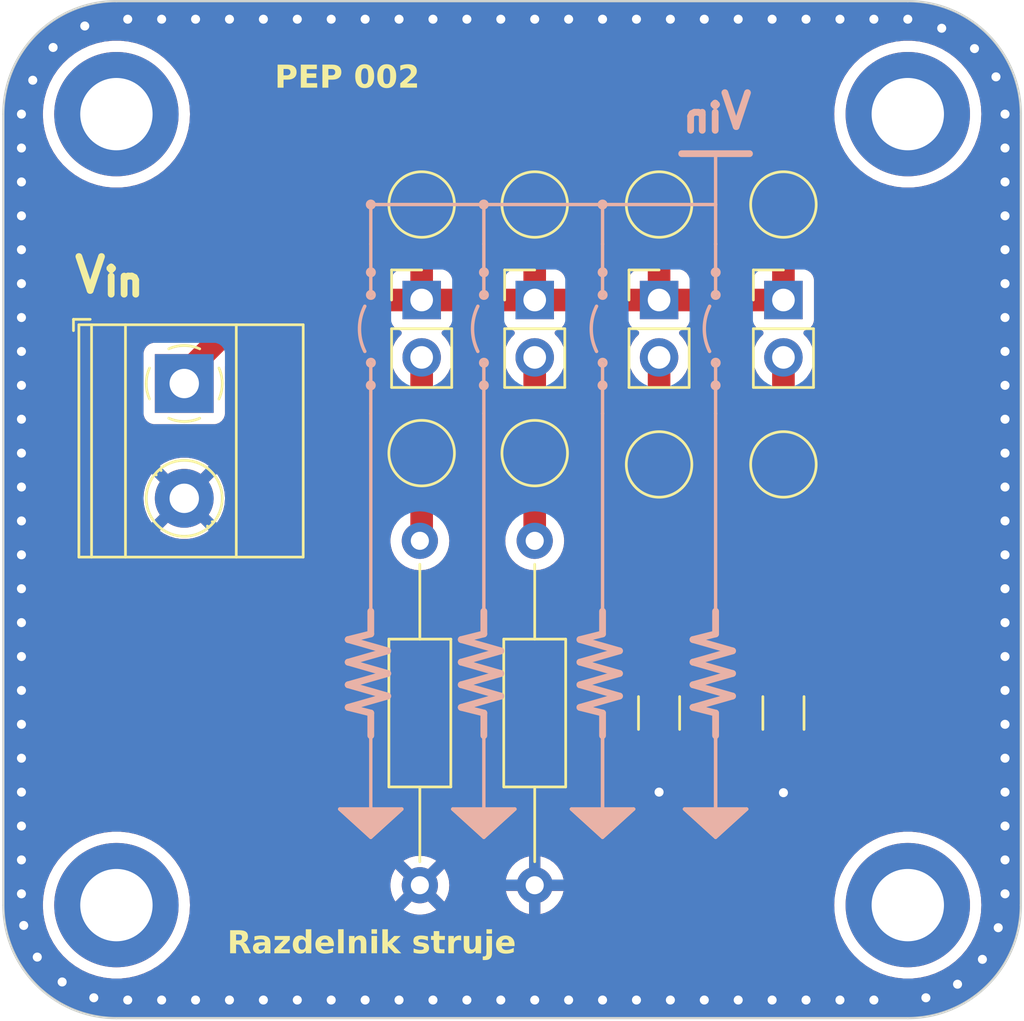
<source format=kicad_pcb>
(kicad_pcb (version 20240108) (generator "pcbnew") (generator_version "8.0")
  (layers (0 "F.Cu" signal) (31 "B.Cu" signal) (34 "B.Paste" user) (35 "F.Paste" user) (36 "B.SilkS" user "B.Silkscreen") (37 "F.SilkS" user "F.Silkscreen") (38 "B.Mask" user) (39 "F.Mask" user) (44 "Edge.Cuts" user))
  (net 0 "")
  (net 1 "0")
  (net 2 "9V")
  (net 3 "Net-(JP1-B)")
  (net 4 "Net-(JP2-B)")
  (net 5 "Net-(JP3-B)")
  (net 6 "Net-(JP4-B)")
  (footprint "TestPoint:TestPoint_Pad_D2.5mm" (layer "F.Cu") (at 127.5 70)
    (property "Reference" "TP3" (hide yes))
    (property "Value" "TestPoint")
    (fp_circle (center 0 0) (end 0 1.45) (stroke (width 0.12)) (fill none) (layer "F.SilkS"))
    (pad "1" smd circle (at 0 0) (size 2.5 2.5) (layers "F.Cu" "F.Mask") (net 2 "9V"))
  )
  (footprint "TestPoint:TestPoint_Pad_D2.5mm" (layer "F.Cu") (at 133 70)
    (property "Reference" "TP5" (hide yes))
    (property "Value" "TestPoint")
    (fp_circle (center 0 0) (end 0 1.45) (stroke (width 0.12)) (fill none) (layer "F.SilkS"))
    (pad "1" smd circle (at 0 0) (size 2.5 2.5) (layers "F.Cu" "F.Mask") (net 2 "9V"))
  )
  (footprint "Resistor_THT:R_Axial_DIN0207_L6.3mm_D2.5mm_P15.24mm_Horizontal" (layer "F.Cu") (at 127.5 84.88 -90)
    (property "Reference" "R3" (hide yes))
    (property "Value" "10k")
    (fp_line (start 4.35 1.37) (end 10.89 1.37) (stroke (width 0.12)) (layer "F.SilkS"))
    (fp_line (start 10.89 1.37) (end 10.89 -1.37) (stroke (width 0.12)) (layer "F.SilkS"))
    (fp_line (start 1.04 0) (end 4.35 0) (stroke (width 0.12)) (layer "F.SilkS"))
    (fp_line (start 14.2 0) (end 10.89 0) (stroke (width 0.12)) (layer "F.SilkS"))
    (fp_line (start 4.35 -1.37) (end 4.35 1.37) (stroke (width 0.12)) (layer "F.SilkS"))
    (fp_line (start 10.89 -1.37) (end 4.35 -1.37) (stroke (width 0.12)) (layer "F.SilkS"))
    (pad "1" thru_hole circle (at 0 0 270) (size 1.6 1.6) (drill 0.8) (layers "*.Cu" "*.Mask") (net 5 "Net-(JP3-B)"))
    (pad "2" thru_hole oval (at 15.24 0 270) (size 1.6 1.6) (drill 0.8) (layers "*.Cu" "*.Mask") (net 1 "0"))
  )
  (footprint "Resistor_THT:R_Axial_DIN0207_L6.3mm_D2.5mm_P15.24mm_Horizontal" (layer "F.Cu") (at 122.42 100.12 90)
    (property "Reference" "R4" (hide yes))
    (property "Value" "90k")
    (fp_line (start 10.89 -1.37) (end 4.35 -1.37) (stroke (width 0.12)) (layer "F.SilkS"))
    (fp_line (start 4.35 -1.37) (end 4.35 1.37) (stroke (width 0.12)) (layer "F.SilkS"))
    (fp_line (start 14.2 0) (end 10.89 0) (stroke (width 0.12)) (layer "F.SilkS"))
    (fp_line (start 1.04 0) (end 4.35 0) (stroke (width 0.12)) (layer "F.SilkS"))
    (fp_line (start 10.89 1.37) (end 10.89 -1.37) (stroke (width 0.12)) (layer "F.SilkS"))
    (fp_line (start 4.35 1.37) (end 10.89 1.37) (stroke (width 0.12)) (layer "F.SilkS"))
    (pad "1" thru_hole circle (at 0 0 90) (size 1.6 1.6) (drill 0.8) (layers "*.Cu" "*.Mask") (net 1 "0"))
    (pad "2" thru_hole oval (at 15.24 0 90) (size 1.6 1.6) (drill 0.8) (layers "*.Cu" "*.Mask") (net 6 "Net-(JP4-B)"))
  )
  (footprint "MountingHole:MountingHole_3.2mm_M3_ISO14580_Pad_TopBottom" (layer "F.Cu") (at 144 66)
    (property "Reference" "H3" (hide yes))
    (property "Value" "MountingHole")
    (pad "1" thru_hole circle (at 0 0) (size 3.6 3.6) (drill 3.2) (layers "*.Cu" "*.Mask"))
    (pad "1" connect circle (at 0 0) (size 5.5 5.5) (layers "F.Cu" "F.Mask"))
    (pad "1" connect circle (at 0 0) (size 5.5 5.5) (layers "B.Cu" "B.Mask"))
  )
  (footprint "TestPoint:TestPoint_Pad_D2.5mm" (layer "F.Cu") (at 138.5 70)
    (property "Reference" "TP7" (hide yes))
    (property "Value" "TestPoint")
    (fp_circle (center 0 0) (end 0 1.45) (stroke (width 0.12)) (fill none) (layer "F.SilkS"))
    (pad "1" smd circle (at 0 0) (size 2.5 2.5) (layers "F.Cu" "F.Mask") (net 2 "9V"))
  )
  (footprint "MountingHole:MountingHole_3.2mm_M3_ISO14580_Pad_TopBottom" (layer "F.Cu") (at 144 101)
    (property "Reference" "H4" (hide yes))
    (property "Value" "MountingHole")
    (pad "1" thru_hole circle (at 0 0) (size 3.6 3.6) (drill 3.2) (layers "*.Cu" "*.Mask"))
    (pad "1" connect circle (at 0 0) (size 5.5 5.5) (layers "F.Cu" "F.Mask"))
    (pad "1" connect circle (at 0 0) (size 5.5 5.5) (layers "B.Cu" "B.Mask"))
  )
  (footprint "Resistor_SMD:R_1206_3216Metric_Pad1.30x1.75mm_HandSolder" (layer "F.Cu") (at 133 92.5 -90)
    (property "Reference" "R2" (hide yes))
    (property "Value" "90k")
    (fp_line (start -0.727064 0.91) (end 0.727064 0.91) (stroke (width 0.12)) (layer "F.SilkS"))
    (fp_line (start -0.727064 -0.91) (end 0.727064 -0.91) (stroke (width 0.12)) (layer "F.SilkS"))
    (pad "1" smd roundrect (at -1.55 0 270) (size 1.3 1.75) (layers "F.Cu" "F.Paste" "F.Mask") (roundrect_rratio 0.1923076923) (net 4 "Net-(JP2-B)"))
    (pad "2" smd roundrect (at 1.55 0 270) (size 1.3 1.75) (layers "F.Cu" "F.Paste" "F.Mask") (roundrect_rratio 0.1923076923) (net 1 "0"))
  )
  (footprint "TestPoint:TestPoint_Pad_D2.5mm" (layer "F.Cu") (at 122.5 70)
    (property "Reference" "TP2" (hide yes))
    (property "Value" "TestPoint")
    (fp_circle (center 0 0) (end 0 1.45) (stroke (width 0.12)) (fill none) (layer "F.SilkS"))
    (pad "1" smd circle (at 0 0) (size 2.5 2.5) (layers "F.Cu" "F.Mask") (net 2 "9V"))
  )
  (footprint "Connector_PinHeader_2.54mm:PinHeader_1x02_P2.54mm_Vertical" (layer "F.Cu") (at 122.5 74.225)
    (property "Reference" "JP4" (hide yes))
    (property "Value" "Jumper")
    (fp_line (start -1.33 -1.33) (end 0 -1.33) (stroke (width 0.12)) (layer "F.SilkS"))
    (fp_line (start -1.33 0) (end -1.33 -1.33) (stroke (width 0.12)) (layer "F.SilkS"))
    (fp_line (start -1.33 1.27) (end -1.33 3.87) (stroke (width 0.12)) (layer "F.SilkS"))
    (fp_line (start -1.33 1.27) (end 1.33 1.27) (stroke (width 0.12)) (layer "F.SilkS"))
    (fp_line (start -1.33 3.87) (end 1.33 3.87) (stroke (width 0.12)) (layer "F.SilkS"))
    (fp_line (start 1.33 1.27) (end 1.33 3.87) (stroke (width 0.12)) (layer "F.SilkS"))
    (pad "1" thru_hole rect (at 0 0) (size 1.7 1.7) (drill 1) (layers "*.Cu" "*.Mask") (net 2 "9V"))
    (pad "2" thru_hole oval (at 0 2.54) (size 1.7 1.7) (drill 1) (layers "*.Cu" "*.Mask") (net 6 "Net-(JP4-B)"))
  )
  (footprint "TestPoint:TestPoint_Pad_D2.5mm" (layer "F.Cu") (at 122.5 81)
    (property "Reference" "TP1" (hide yes))
    (property "Value" "TestPoint")
    (fp_circle (center 0 0) (end 0 1.45) (stroke (width 0.12)) (fill none) (layer "F.SilkS"))
    (pad "1" smd circle (at 0 0) (size 2.5 2.5) (layers "F.Cu" "F.Mask") (net 6 "Net-(JP4-B)"))
  )
  (footprint "Connector_PinHeader_2.54mm:PinHeader_1x02_P2.54mm_Vertical" (layer "F.Cu") (at 127.5 74.225)
    (property "Reference" "JP3" (hide yes))
    (property "Value" "Jumper")
    (fp_line (start -1.33 -1.33) (end 0 -1.33) (stroke (width 0.12)) (layer "F.SilkS"))
    (fp_line (start -1.33 0) (end -1.33 -1.33) (stroke (width 0.12)) (layer "F.SilkS"))
    (fp_line (start -1.33 1.27) (end -1.33 3.87) (stroke (width 0.12)) (layer "F.SilkS"))
    (fp_line (start -1.33 1.27) (end 1.33 1.27) (stroke (width 0.12)) (layer "F.SilkS"))
    (fp_line (start -1.33 3.87) (end 1.33 3.87) (stroke (width 0.12)) (layer "F.SilkS"))
    (fp_line (start 1.33 1.27) (end 1.33 3.87) (stroke (width 0.12)) (layer "F.SilkS"))
    (pad "1" thru_hole rect (at 0 0) (size 1.7 1.7) (drill 1) (layers "*.Cu" "*.Mask") (net 2 "9V"))
    (pad "2" thru_hole oval (at 0 2.54) (size 1.7 1.7) (drill 1) (layers "*.Cu" "*.Mask") (net 5 "Net-(JP3-B)"))
  )
  (footprint "Resistor_SMD:R_1206_3216Metric_Pad1.30x1.75mm_HandSolder" (layer "F.Cu") (at 138.5 92.5 -90)
    (property "Reference" "R1" (hide yes))
    (property "Value" "10k")
    (fp_line (start -0.727064 0.91) (end 0.727064 0.91) (stroke (width 0.12)) (layer "F.SilkS"))
    (fp_line (start -0.727064 -0.91) (end 0.727064 -0.91) (stroke (width 0.12)) (layer "F.SilkS"))
    (pad "1" smd roundrect (at -1.55 0 270) (size 1.3 1.75) (layers "F.Cu" "F.Paste" "F.Mask") (roundrect_rratio 0.1923076923) (net 3 "Net-(JP1-B)"))
    (pad "2" smd roundrect (at 1.55 0 270) (size 1.3 1.75) (layers "F.Cu" "F.Paste" "F.Mask") (roundrect_rratio 0.1923076923) (net 1 "0"))
  )
  (footprint "TestPoint:TestPoint_Pad_D2.5mm" (layer "F.Cu") (at 138.5 81.5)
    (property "Reference" "TP8" (hide yes))
    (property "Value" "TestPoint")
    (fp_circle (center 0 0) (end 0 1.45) (stroke (width 0.12)) (fill none) (layer "F.SilkS"))
    (pad "1" smd circle (at 0 0) (size 2.5 2.5) (layers "F.Cu" "F.Mask") (net 3 "Net-(JP1-B)"))
  )
  (footprint "MountingHole:MountingHole_3.2mm_M3_ISO14580_Pad_TopBottom" (layer "F.Cu") (at 109 66)
    (property "Reference" "H2" (hide yes))
    (property "Value" "MountingHole")
    (pad "1" thru_hole circle (at 0 0) (size 3.6 3.6) (drill 3.2) (layers "*.Cu" "*.Mask"))
    (pad "1" connect circle (at 0 0) (size 5.5 5.5) (layers "F.Cu" "F.Mask"))
    (pad "1" connect circle (at 0 0) (size 5.5 5.5) (layers "B.Cu" "B.Mask"))
  )
  (footprint "Connector_PinHeader_2.54mm:PinHeader_1x02_P2.54mm_Vertical" (layer "F.Cu") (at 133 74.225)
    (property "Reference" "JP2" (hide yes))
    (property "Value" "Jumper")
    (fp_line (start -1.33 -1.33) (end 0 -1.33) (stroke (width 0.12)) (layer "F.SilkS"))
    (fp_line (start -1.33 0) (end -1.33 -1.33) (stroke (width 0.12)) (layer "F.SilkS"))
    (fp_line (start -1.33 1.27) (end -1.33 3.87) (stroke (width 0.12)) (layer "F.SilkS"))
    (fp_line (start -1.33 1.27) (end 1.33 1.27) (stroke (width 0.12)) (layer "F.SilkS"))
    (fp_line (start -1.33 3.87) (end 1.33 3.87) (stroke (width 0.12)) (layer "F.SilkS"))
    (fp_line (start 1.33 1.27) (end 1.33 3.87) (stroke (width 0.12)) (layer "F.SilkS"))
    (pad "1" thru_hole rect (at 0 0) (size 1.7 1.7) (drill 1) (layers "*.Cu" "*.Mask") (net 2 "9V"))
    (pad "2" thru_hole oval (at 0 2.54) (size 1.7 1.7) (drill 1) (layers "*.Cu" "*.Mask") (net 4 "Net-(JP2-B)"))
  )
  (footprint "TestPoint:TestPoint_Pad_D2.5mm" (layer "F.Cu") (at 133 81.5)
    (property "Reference" "TP6" (hide yes))
    (property "Value" "TestPoint")
    (fp_circle (center 0 0) (end 0 1.45) (stroke (width 0.12)) (fill none) (layer "F.SilkS"))
    (pad "1" smd circle (at 0 0) (size 2.5 2.5) (layers "F.Cu" "F.Mask") (net 4 "Net-(JP2-B)"))
  )
  (footprint "Connector_PinHeader_2.54mm:PinHeader_1x02_P2.54mm_Vertical" (layer "F.Cu") (at 138.5 74.225)
    (property "Reference" "JP1" (hide yes))
    (property "Value" "Jumper")
    (fp_line (start -1.33 -1.33) (end 0 -1.33) (stroke (width 0.12)) (layer "F.SilkS"))
    (fp_line (start -1.33 0) (end -1.33 -1.33) (stroke (width 0.12)) (layer "F.SilkS"))
    (fp_line (start -1.33 1.27) (end -1.33 3.87) (stroke (width 0.12)) (layer "F.SilkS"))
    (fp_line (start -1.33 1.27) (end 1.33 1.27) (stroke (width 0.12)) (layer "F.SilkS"))
    (fp_line (start -1.33 3.87) (end 1.33 3.87) (stroke (width 0.12)) (layer "F.SilkS"))
    (fp_line (start 1.33 1.27) (end 1.33 3.87) (stroke (width 0.12)) (layer "F.SilkS"))
    (pad "1" thru_hole rect (at 0 0) (size 1.7 1.7) (drill 1) (layers "*.Cu" "*.Mask") (net 2 "9V"))
    (pad "2" thru_hole oval (at 0 2.54) (size 1.7 1.7) (drill 1) (layers "*.Cu" "*.Mask") (net 3 "Net-(JP1-B)"))
  )
  (footprint "TerminalBlock_Phoenix:TerminalBlock_Phoenix_MKDS-1,5-2-5.08_1x02_P5.08mm_Horizontal" (layer "F.Cu") (at 112 77.92 -90)
    (property "Reference" "J1" (hide yes))
    (property "Value" "Screw_Terminal_01x02")
    (fp_line (start -2.84 4.9) (end -2.34 4.9) (stroke (width 0.12)) (layer "F.SilkS"))
    (fp_line (start -2.6 4.66) (end 7.68 4.66) (stroke (width 0.12)) (layer "F.SilkS"))
    (fp_line (start -2.84 4.16) (end -2.84 4.9) (stroke (width 0.12)) (layer "F.SilkS"))
    (fp_line (start -2.6 4.1) (end 7.68 4.1) (stroke (width 0.12)) (layer "F.SilkS"))
    (fp_line (start -2.6 2.6) (end 7.68 2.6) (stroke (width 0.12)) (layer "F.SilkS"))
    (fp_line (start 4.046 1.239) (end 4.011 1.274) (stroke (width 0.12)) (layer "F.SilkS"))
    (fp_line (start 3.853 1.023) (end 3.806 1.069) (stroke (width 0.12)) (layer "F.SilkS"))
    (fp_line (start 6.355 -1.069) (end 6.308 -1.023) (stroke (width 0.12)) (layer "F.SilkS"))
    (fp_line (start 6.15 -1.275) (end 6.115 -1.239) (stroke (width 0.12)) (layer "F.SilkS"))
    (fp_line (start -2.6 -2.301) (end 7.68 -2.301) (stroke (width 0.12)) (layer "F.SilkS"))
    (fp_line (start -2.6 -5.261) (end -2.6 4.66) (stroke (width 0.12)) (layer "F.SilkS"))
    (fp_line (start -2.6 -5.261) (end 7.68 -5.261) (stroke (width 0.12)) (layer "F.SilkS"))
    (fp_line (start 7.68 -5.261) (end 7.68 4.66) (stroke (width 0.12)) (layer "F.SilkS"))
    (fp_arc (start 0.028805 1.680253) (mid -0.335551 1.646659) (end -0.684 1.535) (stroke (width 0.12)) (layer "F.SilkS"))
    (fp_arc (start 0.683318 1.534756) (mid 0.349292 1.643288) (end 0 1.68) (stroke (width 0.12)) (layer "F.SilkS"))
    (fp_arc (start -1.535427 0.683042) (mid -1.680501 -0.000524) (end -1.535 -0.684) (stroke (width 0.12)) (layer "F.SilkS"))
    (fp_arc (start 1.535427 -0.683042) (mid 1.680501 0.000524) (end 1.535 0.684) (stroke (width 0.12)) (layer "F.SilkS"))
    (fp_arc (start -0.683042 -1.535427) (mid 0.000524 -1.680501) (end 0.684 -1.535) (stroke (width 0.12)) (layer "F.SilkS"))
    (fp_circle (center 5.08 0) (end 6.76 0) (stroke (width 0.12)) (fill none) (layer "F.SilkS"))
    (pad "1" thru_hole rect (at 0 0 270) (size 2.6 2.6) (drill 1.3) (layers "*.Cu" "*.Mask") (net 2 "9V"))
    (pad "2" thru_hole circle (at 5.08 0 270) (size 2.6 2.6) (drill 1.3) (layers "*.Cu" "*.Mask") (net 1 "0"))
  )
  (footprint "MountingHole:MountingHole_3.2mm_M3_ISO14580_Pad_TopBottom" (layer "F.Cu") (at 109 101 -90)
    (property "Reference" "H1" (hide yes))
    (property "Value" "MountingHole")
    (pad "1" thru_hole circle (at 0 0 270) (size 3.6 3.6) (drill 3.2) (layers "*.Cu" "*.Mask"))
    (pad "1" connect circle (at 0 0 270) (size 5.5 5.5) (layers "F.Cu" "F.Mask"))
    (pad "1" connect circle (at 0 0 270) (size 5.5 5.5) (layers "B.Cu" "B.Mask"))
  )
  (footprint "TestPoint:TestPoint_Pad_D2.5mm" (layer "F.Cu") (at 127.5 81)
    (property "Reference" "TP4" (hide yes))
    (property "Value" "TestPoint")
    (fp_circle (center 0 0) (end 0 1.45) (stroke (width 0.12)) (fill none) (layer "F.SilkS"))
    (pad "1" smd circle (at 0 0) (size 2.5 2.5) (layers "F.Cu" "F.Mask") (net 5 "Net-(JP3-B)"))
  )
  (gr_circle (center 130.5 70) (end 130.625 70.075) (stroke (width 0.15)) (fill none) (layer "B.SilkS"))
  (gr_line (start 118.875 96.75) (end 120.25 98) (stroke (width 0.15)) (layer "B.SilkS"))
  (gr_line (start 129.5 92.25) (end 130.5 92.5) (stroke (width 0.15)) (layer "B.SilkS"))
  (gr_line (start 124.25 89.25) (end 126 89.75) (stroke (width 0.3)) (layer "B.SilkS"))
  (gr_line (start 134.5 89.25) (end 136.25 89.75) (stroke (width 0.3)) (layer "B.SilkS"))
  (gr_line (start 135.5 79.25) (end 135.5 78) (stroke (width 0.15)) (layer "B.SilkS"))
  (gr_line (start 130.5 96.75) (end 130.5 92.5) (stroke (width 0.15)) (layer "B.SilkS"))
  (gr_line (start 121 89.75) (end 119.25 90.25) (stroke (width 0.3)) (layer "B.SilkS"))
  (gr_line (start 130.5 77) (end 130.5 78) (stroke (width 0.15)) (layer "B.SilkS"))
  (gr_line (start 130.5 74) (end 130.5 73) (stroke (width 0.15)) (layer "B.SilkS"))
  (gr_line (start 123.875 96.75) (end 126.625 96.75) (stroke (width 0.15)) (layer "B.SilkS"))
  (gr_line (start 120.25 77) (end 120.25 78) (stroke (width 0.15)) (layer "B.SilkS"))
  (gr_line (start 125.25 79.25) (end 125.25 89) (stroke (width 0.15)) (layer "B.SilkS"))
  (gr_line (start 130.5 71.75) (end 130.5 73) (stroke (width 0.15)) (layer "B.SilkS"))
  (gr_line (start 134.125 96.75) (end 135.5 98) (stroke (width 0.15)) (layer "B.SilkS"))
  (gr_line (start 134.5 92.25) (end 135.5 92.5) (stroke (width 0.15)) (layer "B.SilkS"))
  (gr_line (start 134.5 90.25) (end 136.25 90.75) (stroke (width 0.3)) (layer "B.SilkS"))
  (gr_line (start 120.25 92.5) (end 120.25 93.5) (stroke (width 0.3)) (layer "B.SilkS"))
  (gr_line (start 136.25 90.75) (end 134.5 91.25) (stroke (width 0.3)) (layer "B.SilkS"))
  (gr_circle (center 130.504227 77) (end 130.629227 77.075) (stroke (width 0.15)) (fill none) (layer "B.SilkS"))
  (gr_line (start 131.25 91.75) (end 129.5 92.25) (stroke (width 0.3)) (layer "B.SilkS"))
  (gr_line (start 135.5 67.75) (end 135.5 70) (stroke (width 0.15)) (layer "B.SilkS"))
  (gr_line (start 129.5 91.25) (end 131.25 91.75) (stroke (width 0.3)) (layer "B.SilkS"))
  (gr_line (start 120.25 88) (end 120.25 89) (stroke (width 0.3)) (layer "B.SilkS"))
  (gr_line (start 129.5 89.25) (end 131.25 89.75) (stroke (width 0.15)) (layer "B.SilkS"))
  (gr_line (start 126 91.75) (end 124.25 92.25) (stroke (width 0.3)) (layer "B.SilkS"))
  (gr_line (start 136.25 91.75) (end 134.5 92.25) (stroke (width 0.15)) (layer "B.SilkS"))
  (gr_line (start 135.5 74) (end 135.5 73) (stroke (width 0.15)) (layer "B.SilkS"))
  (gr_line (start 120.25 71.75) (end 120.25 73) (stroke (width 0.15)) (layer "B.SilkS"))
  (gr_line (start 125.25 92.5) (end 125.25 93.5) (stroke (width 0.3)) (layer "B.SilkS"))
  (gr_line (start 129.5 90.25) (end 131.25 90.75) (stroke (width 0.15)) (layer "B.SilkS"))
  (gr_line (start 124.25 90.25) (end 126 90.75) (stroke (width 0.3)) (layer "B.SilkS"))
  (gr_line (start 134.5 90.25) (end 136.25 90.75) (stroke (width 0.15)) (layer "B.SilkS"))
  (gr_line (start 119.25 89.25) (end 121 89.75) (stroke (width 0.3)) (layer "B.SilkS"))
  (gr_circle (center 120.254227 74) (end 120.379227 74.075) (stroke (width 0.15)) (fill none) (layer "B.SilkS"))
  (gr_line (start 136.25 89.75) (end 134.5 90.25) (stroke (width 0.15)) (layer "B.SilkS"))
  (gr_line (start 125.25 88) (end 125.25 89) (stroke (width 0.3)) (layer "B.SilkS"))
  (gr_line (start 125.25 79.25) (end 125.25 78) (stroke (width 0.15)) (layer "B.SilkS"))
  (gr_line (start 129.125 96.75) (end 131.875 96.75) (stroke (width 0.15)) (layer "B.SilkS"))
  (gr_circle (center 125.254227 77) (end 125.379227 77.075) (stroke (width 0.15)) (fill none) (layer "B.SilkS"))
  (gr_line (start 129.5 90.25) (end 131.25 90.75) (stroke (width 0.3)) (layer "B.SilkS"))
  (gr_line (start 136.25 90.75) (end 134.5 91.25) (stroke (width 0.15)) (layer "B.SilkS"))
  (gr_line (start 130.5 96.75) (end 130.5 92.5) (stroke (width 0.15)) (layer "B.SilkS"))
  (gr_poly (pts (xy 131.875 96.75) (xy 129.125 96.75) (xy 130.5 98)) (stroke (width 0.15)) (fill solid) (layer "B.SilkS"))
  (gr_line (start 130.5 92.5) (end 130.5 93.5) (stroke (width 0.3)) (layer "B.SilkS"))
  (gr_line (start 126.625 96.75) (end 125.25 98) (stroke (width 0.15)) (layer "B.SilkS"))
  (gr_line (start 136.25 91.75) (end 134.5 92.25) (stroke (width 0.3)) (layer "B.SilkS"))
  (gr_circle (center 120.25 78) (end 120.375 78.075) (stroke (width 0.15)) (fill none) (layer "B.SilkS"))
  (gr_line (start 120.25 96.75) (end 120.25 92.5) (stroke (width 0.15)) (layer "B.SilkS"))
  (gr_line (start 130.5 79.25) (end 130.5 78) (stroke (width 0.15)) (layer "B.SilkS"))
  (gr_circle (center 135.5 78) (end 135.625 78.075) (stroke (width 0.15)) (fill none) (layer "B.SilkS"))
  (gr_line (start 118.875 96.75) (end 121.625 96.75) (stroke (width 0.15)) (layer "B.SilkS"))
  (gr_circle (center 135.504227 77) (end 135.629227 77.075) (stroke (width 0.15)) (fill none) (layer "B.SilkS"))
  (gr_line (start 119.25 91.25) (end 121 91.75) (stroke (width 0.3)) (layer "B.SilkS"))
  (gr_line (start 135.5 79.25) (end 135.5 89) (stroke (width 0.15)) (layer "B.SilkS"))
  (gr_circle (center 130.504227 73) (end 130.629227 73.075) (stroke (width 0.15)) (fill none) (layer "B.SilkS"))
  (gr_circle (center 135.504227 74) (end 135.629227 74.075) (stroke (width 0.15)) (fill none) (layer "B.SilkS"))
  (gr_line (start 130.5 70) (end 130.5 71.75) (stroke (width 0.15)) (layer "B.SilkS"))
  (gr_line (start 125.25 77) (end 125.25 78) (stroke (width 0.15)) (layer "B.SilkS"))
  (gr_line (start 131.25 90.75) (end 129.5 91.25) (stroke (width 0.15)) (layer "B.SilkS"))
  (gr_line (start 120.25 79.25) (end 120.25 89) (stroke (width 0.15)) (layer "B.SilkS"))
  (gr_line (start 135.5 92.5) (end 135.5 93.5) (stroke (width 0.3)) (layer "B.SilkS"))
  (gr_line (start 135.5 89) (end 134.5 89.25) (stroke (width 0.3)) (layer "B.SilkS"))
  (gr_line (start 120.25 74) (end 120.25 73) (stroke (width 0.15)) (layer "B.SilkS"))
  (gr_circle (center 125.245773 70) (end 125.370773 70.075) (stroke (width 0.15)) (fill none) (layer "B.SilkS"))
  (gr_line (start 120.25 70) (end 120.25 71.75) (stroke (width 0.15)) (layer "B.SilkS"))
  (gr_line (start 131.875 96.75) (end 130.5 98) (stroke (width 0.15)) (layer "B.SilkS"))
  (gr_line (start 134.125 96.75) (end 136.875 96.75) (stroke (width 0.15)) (layer "B.SilkS"))
  (gr_line (start 125.25 96.75) (end 125.25 92.5) (stroke (width 0.15)) (layer "B.SilkS"))
  (gr_circle (center 130.5 78) (end 130.625 78.075) (stroke (width 0.15)) (fill none) (layer "B.SilkS"))
  (gr_line (start 130.5 88) (end 130.5 89) (stroke (width 0.3)) (layer "B.SilkS"))
  (gr_line (start 135.5 70) (end 135.5 71.75) (stroke (width 0.15)) (layer "B.SilkS"))
  (gr_line (start 126 90.75) (end 124.25 91.25) (stroke (width 0.3)) (layer "B.SilkS"))
  (gr_poly (pts (xy 136.875 96.75) (xy 134.125 96.75) (xy 135.5 98)) (stroke (width 0.15)) (fill solid) (layer "B.SilkS"))
  (gr_line (start 129.125 96.75) (end 130.5 98) (stroke (width 0.15)) (layer "B.SilkS"))
  (gr_circle (center 125.25 78) (end 125.375 78.075) (stroke (width 0.15)) (fill none) (layer "B.SilkS"))
  (gr_poly (pts (xy 126.625 96.75) (xy 123.875 96.75) (xy 125.25 98)) (stroke (width 0.15)) (fill solid) (layer "B.SilkS"))
  (gr_line (start 130.5 89) (end 129.5 89.25) (stroke (width 0.3)) (layer "B.SilkS"))
  (gr_line (start 126 89.75) (end 124.25 90.25) (stroke (width 0.3)) (layer "B.SilkS"))
  (gr_line (start 135.5 71.75) (end 135.5 71.75) (stroke (width 0.15)) (layer "B.SilkS"))
  (gr_line (start 129.5 91.25) (end 131.25 91.75) (stroke (width 0.15)) (layer "B.SilkS"))
  (gr_circle (center 130.504227 74) (end 130.629227 74.075) (stroke (width 0.15)) (fill none) (layer "B.SilkS"))
  (gr_line (start 131.25 91.75) (end 129.5 92.25) (stroke (width 0.15)) (layer "B.SilkS"))
  (gr_line (start 130.5 89) (end 129.5 89.25) (stroke (width 0.15)) (layer "B.SilkS"))
  (gr_arc (start 135.236068 76.5) (mid 135 75.5) (end 135.236068 74.5) (stroke (width 0.15)) (layer "B.SilkS"))
  (gr_line (start 135.5 77) (end 135.5 78) (stroke (width 0.15)) (layer "B.SilkS"))
  (gr_circle (center 120.254227 73) (end 120.379227 73.075) (stroke (width 0.15)) (fill none) (layer "B.SilkS"))
  (gr_line (start 121 90.75) (end 119.25 91.25) (stroke (width 0.3)) (layer "B.SilkS"))
  (gr_circle (center 120.25 70) (end 120.375 70.075) (stroke (width 0.15)) (fill none) (layer "B.SilkS"))
  (gr_line (start 131.25 89.75) (end 129.5 90.25) (stroke (width 0.15)) (layer "B.SilkS"))
  (gr_line (start 136.875 96.75) (end 135.5 98) (stroke (width 0.15)) (layer "B.SilkS"))
  (gr_line (start 136.25 89.75) (end 134.5 90.25) (stroke (width 0.3)) (layer "B.SilkS"))
  (gr_line (start 135.5 89) (end 134.5 89.25) (stroke (width 0.15)) (layer "B.SilkS"))
  (gr_line (start 120.25 79.25) (end 120.25 78) (stroke (width 0.15)) (layer "B.SilkS"))
  (gr_poly (pts (xy 121.625 96.75) (xy 118.875 96.75) (xy 120.25 98)) (stroke (width 0.15)) (fill solid) (layer "B.SilkS"))
  (gr_arc (start 124.986068 76.5) (mid 124.75 75.5) (end 124.986068 74.5) (stroke (width 0.15)) (layer "B.SilkS"))
  (gr_line (start 131.25 89.75) (end 129.5 90.25) (stroke (width 0.3)) (layer "B.SilkS"))
  (gr_line (start 124.25 91.25) (end 126 91.75) (stroke (width 0.3)) (layer "B.SilkS"))
  (gr_line (start 120.25 89) (end 119.25 89.25) (stroke (width 0.3)) (layer "B.SilkS"))
  (gr_line (start 125.25 71.75) (end 125.25 73) (stroke (width 0.15)) (layer "B.SilkS"))
  (gr_line (start 134.5 91.25) (end 136.25 91.75) (stroke (width 0.3)) (layer "B.SilkS"))
  (gr_line (start 135.5 71.75) (end 135.5 73) (stroke (width 0.15)) (layer "B.SilkS"))
  (gr_line (start 119.25 92.25) (end 120.25 92.5) (stroke (width 0.3)) (layer "B.SilkS"))
  (gr_line (start 125.25 70) (end 125.25 71.75) (stroke (width 0.15)) (layer "B.SilkS"))
  (gr_line (start 131.25 90.75) (end 129.5 91.25) (stroke (width 0.3)) (layer "B.SilkS"))
  (gr_circle (center 135.504227 73) (end 135.629227 73.075) (stroke (width 0.15)) (fill none) (layer "B.SilkS"))
  (gr_line (start 137 67.75) (end 134 67.75) (stroke (width 0.3)) (layer "B.SilkS"))
  (gr_line (start 130.5 79.25) (end 130.5 89) (stroke (width 0.15)) (layer "B.SilkS"))
  (gr_line (start 124.25 92.25) (end 125.25 92.5) (stroke (width 0.3)) (layer "B.SilkS"))
  (gr_line (start 135.5 96.75) (end 135.5 92.5) (stroke (width 0.15)) (layer "B.SilkS"))
  (gr_arc (start 130.236068 76.5) (mid 130 75.5) (end 130.236068 74.5) (stroke (width 0.15)) (layer "B.SilkS"))
  (gr_line (start 129.5 92.25) (end 130.5 92.5) (stroke (width 0.3)) (layer "B.SilkS"))
  (gr_line (start 129.5 89.25) (end 131.25 89.75) (stroke (width 0.3)) (layer "B.SilkS"))
  (gr_circle (center 125.254227 74) (end 125.379227 74.075) (stroke (width 0.15)) (fill none) (layer "B.SilkS"))
  (gr_line (start 135.5 96.75) (end 135.5 92.5) (stroke (width 0.15)) (layer "B.SilkS"))
  (gr_line (start 125.25 89) (end 124.25 89.25) (stroke (width 0.3)) (layer "B.SilkS"))
  (gr_line (start 123.875 96.75) (end 125.25 98) (stroke (width 0.15)) (layer "B.SilkS"))
  (gr_circle (center 125.254227 73) (end 125.379227 73.075) (stroke (width 0.15)) (fill none) (layer "B.SilkS"))
  (gr_line (start 134.5 91.25) (end 136.25 91.75) (stroke (width 0.15)) (layer "B.SilkS"))
  (gr_line (start 119.25 90.25) (end 121 90.75) (stroke (width 0.3)) (layer "B.SilkS"))
  (gr_line (start 121 91.75) (end 119.25 92.25) (stroke (width 0.3)) (layer "B.SilkS"))
  (gr_line (start 134.5 92.25) (end 135.5 92.5) (stroke (width 0.3)) (layer "B.SilkS"))
  (gr_line (start 121.625 96.75) (end 120.25 98) (stroke (width 0.15)) (layer "B.SilkS"))
  (gr_line (start 135.5 70) (end 120.25 70) (stroke (width 0.15)) (layer "B.SilkS"))
  (gr_arc (start 119.986068 76.5) (mid 119.75 75.5) (end 119.986068 74.5) (stroke (width 0.15)) (layer "B.SilkS"))
  (gr_line (start 135.5 88) (end 135.5 89) (stroke (width 0.3)) (layer "B.SilkS"))
  (gr_line (start 125.25 74) (end 125.25 73) (stroke (width 0.15)) (layer "B.SilkS"))
  (gr_circle (center 120.254227 77) (end 120.379227 77.075) (stroke (width 0.15)) (fill none) (layer "B.SilkS"))
  (gr_line (start 134.5 89.25) (end 136.25 89.75) (stroke (width 0.15)) (layer "B.SilkS"))
  (gr_line (start 149 101) (end 148.999998 66) (stroke (width 0.1)) (layer "Edge.Cuts"))
  (gr_arc (start 104 66) (mid 105.464467 62.464467) (end 109 61) (stroke (width 0.1)) (layer "Edge.Cuts"))
  (gr_arc (start 144 61) (mid 147.535533 62.464466) (end 148.999998 66) (stroke (width 0.1)) (layer "Edge.Cuts"))
  (gr_line (start 104 66) (end 104 101) (stroke (width 0.1)) (layer "Edge.Cuts"))
  (gr_arc (start 149 101) (mid 147.535533 104.535533) (end 144 106) (stroke (width 0.1)) (layer "Edge.Cuts"))
  (gr_line (start 109 106) (end 144 106) (stroke (width 0.1)) (layer "Edge.Cuts"))
  (gr_arc (start 109 106) (mid 105.464467 104.535533) (end 104 101) (stroke (width 0.1)) (layer "Edge.Cuts"))
  (gr_line (start 144 61) (end 109 61) (stroke (width 0.1)) (layer "Edge.Cuts"))
  (gr_text "V_{in}\n" (at 137.25 66.75 0) (layer "B.SilkS") (effects (font (size 1.5 1.5) (thickness 0.3) (bold yes)) (justify left bottom mirror)))
  (gr_text "Razdelnik struje\n" (at 113.9 103.3 0) (layer "F.SilkS") (effects (font (size 1 1) (thickness 0.2) (bold yes)) (justify left bottom)))
  (gr_text "V_{in}\n" (at 107 74 0) (layer "F.SilkS") (effects (font (size 1.5 1.5) (thickness 0.3) (bold yes)) (justify left bottom)))
  (gr_text "PEP 002\n" (at 116 65 0) (layer "F.SilkS") (effects (font (size 1 1) (thickness 0.2) (bold yes)) (justify left bottom)))
  (segment (start 133 96) (end 133 94.05) (width 1) (layer "F.Cu") (net 1))
  (segment (start 138.5 96.025) (end 138.5 94.075) (width 1) (layer "F.Cu") (net 1))
  (via (at 148.3 97.5) (size 0.8) (drill 0.4) (layers "F.Cu" "B.Cu") (net 1))
  (via (at 126 105.2) (size 0.8) (drill 0.4) (layers "F.Cu" "B.Cu") (net 1))
  (via (at 148.3 99) (size 0.8) (drill 0.4) (layers "F.Cu" "B.Cu") (net 1))
  (via (at 148.3 67.5) (size 0.8) (drill 0.4) (layers "F.Cu" "B.Cu") (net 1))
  (via (at 104.8 72) (size 0.8) (drill 0.4) (layers "F.Cu" "B.Cu") (net 1))
  (via (at 104.8 76.5) (size 0.8) (drill 0.4) (layers "F.Cu" "B.Cu") (net 1))
  (via (at 104.8 96) (size 0.8) (drill 0.4) (layers "F.Cu" "B.Cu") (net 1))
  (via (at 120 61.8) (size 0.8) (drill 0.4) (layers "F.Cu" "B.Cu") (net 1))
  (via (at 127.5 61.8) (size 0.8) (drill 0.4) (layers "F.Cu" "B.Cu") (net 1))
  (via (at 104.8 84) (size 0.8) (drill 0.4) (layers "F.Cu" "B.Cu") (net 1))
  (via (at 109.5 105.2) (size 0.8) (drill 0.4) (layers "F.Cu" "B.Cu") (net 1))
  (via (at 107.6 62.1) (size 0.8) (drill 0.4) (layers "F.Cu" "B.Cu") (net 1))
  (via (at 120 105.2) (size 0.8) (drill 0.4) (layers "F.Cu" "B.Cu") (net 1))
  (via (at 104.8 97.5) (size 0.8) (drill 0.4) (layers "F.Cu" "B.Cu") (net 1))
  (via (at 144 61.8) (size 0.8) (drill 0.4) (layers "F.Cu" "B.Cu") (net 1))
  (via (at 105.5 103.3) (size 0.8) (drill 0.4) (layers "F.Cu" "B.Cu") (net 1))
  (via (at 148.3 91.5) (size 0.8) (drill 0.4) (layers "F.Cu" "B.Cu") (net 1))
  (via (at 111 61.8) (size 0.8) (drill 0.4) (layers "F.Cu" "B.Cu") (net 1))
  (via (at 124.5 61.8) (size 0.8) (drill 0.4) (layers "F.Cu" "B.Cu") (net 1))
  (via (at 115.5 61.8) (size 0.8) (drill 0.4) (layers "F.Cu" "B.Cu") (net 1))
  (via (at 109.5 61.8) (size 0.8) (drill 0.4) (layers "F.Cu" "B.Cu") (net 1))
  (via (at 146.2 104.5) (size 0.8) (drill 0.4) (layers "F.Cu" "B.Cu") (net 1))
  (via (at 129 61.8) (size 0.8) (drill 0.4) (layers "F.Cu" "B.Cu") (net 1))
  (via (at 114 105.2) (size 0.8) (drill 0.4) (layers "F.Cu" "B.Cu") (net 1))
  (via (at 147.9 64.35) (size 0.8) (drill 0.4) (layers "F.Cu" "B.Cu") (net 1))
  (via (at 112.5 61.8) (size 0.8) (drill 0.4) (layers "F.Cu" "B.Cu") (net 1))
  (via (at 129 105.2) (size 0.8) (drill 0.4) (layers "F.Cu" "B.Cu") (net 1))
  (via (at 148.3 82.5) (size 0.8) (drill 0.4) (layers "F.Cu" "B.Cu") (net 1))
  (via (at 148.3 73.5) (size 0.8) (drill 0.4) (layers "F.Cu" "B.Cu") (net 1))
  (via (at 104.8 90) (size 0.8) (drill 0.4) (layers "F.Cu" "B.Cu") (net 1))
  (via (at 141 61.8) (size 0.8) (drill 0.4) (layers "F.Cu" "B.Cu") (net 1))
  (via (at 132 61.8) (size 0.8) (drill 0.4) (layers "F.Cu" "B.Cu") (net 1))
  (via (at 106.6 104.4) (size 0.8) (drill 0.4) (layers "F.Cu" "B.Cu") (net 1))
  (via (at 104.8 82.5) (size 0.8) (drill 0.4) (layers "F.Cu" "B.Cu") (net 1))
  (via (at 104.8 66) (size 0.8) (drill 0.4) (layers "F.Cu" "B.Cu") (net 1))
  (via (at 118.5 105.2) (size 0.8) (drill 0.4) (layers "F.Cu" "B.Cu") (net 1))
  (via (at 104.8 75) (size 0.8) (drill 0.4) (layers "F.Cu" "B.Cu") (net 1))
  (via (at 104.8 99) (size 0.8) (drill 0.4) (layers "F.Cu" "B.Cu") (net 1))
  (via (at 104.8 79.5) (size 0.8) (drill 0.4) (layers "F.Cu" "B.Cu") (net 1))
  (via (at 130.5 61.8) (size 0.8) (drill 0.4) (layers "F.Cu" "B.Cu") (net 1))
  (via (at 141 105.2) (size 0.8) (drill 0.4) (layers "F.Cu" "B.Cu") (net 1))
  (via (at 142.5 61.8) (size 0.8) (drill 0.4) (layers "F.Cu" "B.Cu") (net 1))
  (via (at 145.5 62.2) (size 0.8) (drill 0.4) (layers "F.Cu" "B.Cu") (net 1))
  (via (at 104.8 67.5) (size 0.8) (drill 0.4) (layers "F.Cu" "B.Cu") (net 1))
  (via (at 148.3 66) (size 0.8) (drill 0.4) (layers "F.Cu" "B.Cu") (net 1))
  (via (at 104.8 70.5) (size 0.8) (drill 0.4) (layers "F.Cu" "B.Cu") (net 1))
  (via (at 118.5 61.8) (size 0.8) (drill 0.4) (layers "F.Cu" "B.Cu") (net 1))
  (via (at 104.8 69) (size 0.8) (drill 0.4) (layers "F.Cu" "B.Cu") (net 1))
  (via (at 148.3 100.5) (size 0.8) (drill 0.4) (layers "F.Cu" "B.Cu") (net 1))
  (via (at 106.2 63.05) (size 0.8) (drill 0.4) (layers "F.Cu" "B.Cu") (net 1))
  (via (at 148.3 79.5) (size 0.8) (drill 0.4) (layers "F.Cu" "B.Cu") (net 1))
  (via (at 121.5 105.2) (size 0.8) (drill 0.4) (layers "F.Cu" "B.Cu") (net 1))
  (via (at 121.5 61.8) (size 0.8) (drill 0.4) (layers "F.Cu" "B.Cu") (net 1))
  (via (at 144.8 105.1) (size 0.8) (drill 0.4) (layers "F.Cu" "B.Cu") (net 1))
  (via (at 104.8 81) (size 0.8) (drill 0.4) (layers "F.Cu" "B.Cu") (net 1))
  (via (at 139.5 61.8) (size 0.8) (drill 0.4) (layers "F.Cu" "B.Cu") (net 1))
  (via (at 148.3 88.5) (size 0.8) (drill 0.4) (layers "F.Cu" "B.Cu") (net 1))
  (via (at 148 102) (size 0.8) (drill 0.4) (layers "F.Cu" "B.Cu") (net 1))
  (via (at 127.5 105.2) (size 0.8) (drill 0.4) (layers "F.Cu" "B.Cu") (net 1))
  (via (at 148.3 81) (size 0.8) (drill 0.4) (layers "F.Cu" "B.Cu") (net 1))
  (via (at 133.5 105.2) (size 0.8) (drill 0.4) (layers "F.Cu" "B.Cu") (net 1))
  (via (at 124.5 105.2) (size 0.8) (drill 0.4) (layers "F.Cu" "B.Cu") (net 1))
  (via (at 148.3 70.5) (size 0.8) (drill 0.4) (layers "F.Cu" "B.Cu") (net 1))
  (via (at 133.5 61.8) (size 0.8) (drill 0.4) (layers "F.Cu" "B.Cu") (net 1))
  (via (at 148.3 84) (size 0.8) (drill 0.4) (layers "F.Cu" "B.Cu") (net 1))
  (via (at 148.3 85.5) (size 0.8) (drill 0.4) (layers "F.Cu" "B.Cu") (net 1))
  (via (at 148.3 93) (size 0.8) (drill 0.4) (layers "F.Cu" "B.Cu") (net 1))
  (via (at 148.3 75) (size 0.8) (drill 0.4) (layers "F.Cu" "B.Cu") (net 1))
  (via (at 147.3 103.4) (size 0.8) (drill 0.4) (layers "F.Cu" "B.Cu") (net 1))
  (via (at 133 96) (size 0.8) (drill 0.4) (layers "F.Cu" "B.Cu") (net 1))
  (via (at 104.8 85.5) (size 0.8) (drill 0.4) (layers "F.Cu" "B.Cu") (net 1))
  (via (at 148.3 72) (size 0.8) (drill 0.4) (layers "F.Cu" "B.Cu") (net 1))
  (via (at 123 61.8) (size 0.8) (drill 0.4) (layers "F.Cu" "B.Cu") (net 1))
  (via (at 139.5 105.2) (size 0.8) (drill 0.4) (layers "F.Cu" "B.Cu") (net 1))
  (via (at 114 61.8) (size 0.8) (drill 0.4) (layers "F.Cu" "B.Cu") (net 1))
  (via (at 115.5 105.2) (size 0.8) (drill 0.4) (layers "F.Cu" "B.Cu") (net 1))
  (via (at 138 61.8) (size 0.8) (drill 0.4) (layers "F.Cu" "B.Cu") (net 1))
  (via (at 117 61.8) (size 0.8) (drill 0.4) (layers "F.Cu" "B.Cu") (net 1))
  (via (at 138.5 96.025) (size 0.8) (drill 0.4) (layers "F.Cu" "B.Cu") (net 1))
  (via (at 126 61.8) (size 0.8) (drill 0.4) (layers "F.Cu" "B.Cu") (net 1))
  (via (at 123 105.2) (size 0.8) (drill 0.4) (layers "F.Cu" "B.Cu") (net 1))
  (via (at 142.5 105.2) (size 0.8) (drill 0.4) (layers "F.Cu" "B.Cu") (net 1))
  (via (at 148.3 90) (size 0.8) (drill 0.4) (layers "F.Cu" "B.Cu") (net 1))
  (via (at 105.3 64.5) (size 0.8) (drill 0.4) (layers "F.Cu" "B.Cu") (net 1))
  (via (at 136.5 61.8) (size 0.8) (drill 0.4) (layers "F.Cu" "B.Cu") (net 1))
  (via (at 132 105.2) (size 0.8) (drill 0.4) (layers "F.Cu" "B.Cu") (net 1))
  (via (at 148.3 87) (size 0.8) (drill 0.4) (layers "F.Cu" "B.Cu") (net 1))
  (via (at 135 105.2) (size 0.8) (drill 0.4) (layers "F.Cu" "B.Cu") (net 1))
  (via (at 104.8 73.5) (size 0.8) (drill 0.4) (layers "F.Cu" "B.Cu") (net 1))
  (via (at 104.8 87) (size 0.8) (drill 0.4) (layers "F.Cu" "B.Cu") (net 1))
  (via (at 104.8 78) (size 0.8) (drill 0.4) (layers "F.Cu" "B.Cu") (net 1))
  (via (at 104.9 101.9) (size 0.8) (drill 0.4) (layers "F.Cu" "B.Cu") (net 1))
  (via (at 135 61.8) (size 0.8) (drill 0.4) (layers "F.Cu" "B.Cu") (net 1))
  (via (at 148.3 78) (size 0.8) (drill 0.4) (layers "F.Cu" "B.Cu") (net 1))
  (via (at 104.8 100.5) (size 0.8) (drill 0.4) (layers "F.Cu" "B.Cu") (net 1))
  (via (at 136.5 105.2) (size 0.8) (drill 0.4) (layers "F.Cu" "B.Cu") (net 1))
  (via (at 138 105.2) (size 0.8) (drill 0.4) (layers "F.Cu" "B.Cu") (net 1))
  (via (at 104.8 88.5) (size 0.8) (drill 0.4) (layers "F.Cu" "B.Cu") (net 1))
  (via (at 148.3 94.5) (size 0.8) (drill 0.4) (layers "F.Cu" "B.Cu") (net 1))
  (via (at 146.95 63.1) (size 0.8) (drill 0.4) (layers "F.Cu" "B.Cu") (net 1))
  (via (at 148.3 69) (size 0.8) (drill 0.4) (layers "F.Cu" "B.Cu") (net 1))
  (via (at 148.3 76.5) (size 0.8) (drill 0.4) (layers "F.Cu" "B.Cu") (net 1))
  (via (at 111 105.2) (size 0.8) (drill 0.4) (layers "F.Cu" "B.Cu") (net 1))
  (via (at 130.5 105.2) (size 0.8) (drill 0.4) (layers "F.Cu" "B.Cu") (net 1))
  (via (at 104.8 91.5) (size 0.8) (drill 0.4) (layers "F.Cu" "B.Cu") (net 1))
  (via (at 104.8 93) (size 0.8) (drill 0.4) (layers "F.Cu" "B.Cu") (net 1))
  (via (at 112.5 105.2) (size 0.8) (drill 0.4) (layers "F.Cu" "B.Cu") (net 1))
  (via (at 117 105.2) (size 0.8) (drill 0.4) (layers "F.Cu" "B.Cu") (net 1))
  (via (at 148.3 96) (size 0.8) (drill 0.4) (layers "F.Cu" "B.Cu") (net 1))
  (via (at 108 105.1) (size 0.8) (drill 0.4) (layers "F.Cu" "B.Cu") (net 1))
  (via (at 104.8 94.5) (size 0.8) (drill 0.4) (layers "F.Cu" "B.Cu") (net 1))
  (segment (start 122.5 70) (end 122.5 74.225) (width 1) (layer "F.Cu") (net 2))
  (segment (start 127.5 70) (end 127.5 74.225) (width 1) (layer "F.Cu") (net 2))
  (segment (start 112 77.92) (end 112.08 77.92) (width 1) (layer "F.Cu") (net 2))
  (segment (start 138.5 70) (end 138.5 74.225) (width 1) (layer "F.Cu") (net 2))
  (segment (start 112 77.92) (end 112 77.5) (width 1) (layer "F.Cu") (net 2))
  (segment (start 112 77.5) (end 115.275 74.225) (width 1) (layer "F.Cu") (net 2))
  (segment (start 115.275 74.225) (end 138.5 74.225) (width 1) (layer "F.Cu") (net 2))
  (segment (start 133 70) (end 133 74.225) (width 1) (layer "F.Cu") (net 2))
  (segment (start 138.5 76.765) (end 138.5 90.95) (width 1) (layer "F.Cu") (net 3))
  (segment (start 133 76.765) (end 133 90.95) (width 1) (layer "F.Cu") (net 4))
  (segment (start 127.5 76.765) (end 127.5 84.88) (width 1) (layer "F.Cu") (net 5))
  (segment (start 122.5 84.8) (end 122.42 84.88) (width 1) (layer "F.Cu") (net 6))
  (segment (start 122.5 76.765) (end 122.5 84.8) (width 1) (layer "F.Cu") (net 6))
  (zone (net 1) (net_name "0") (layer "F.Cu") (priority 1) (connect_pads (clearance 0.5)) (min_thickness 0.25) (fill yes (thermal_gap 0.5) (thermal_bridge_width 0.5))
    (polygon (pts (xy 104 61) (xy 149 61) (xy 149 106) (xy 104 106)))
  )
  (zone (net 1) (net_name "0") (layer "B.Cu") (priority 1) (connect_pads (clearance 0.5)) (min_thickness 0.25) (fill yes (thermal_gap 0.5) (thermal_bridge_width 0.5))
    (polygon (pts (xy 104 61) (xy 149 61) (xy 149 106) (xy 104 106)))
  )
)
</source>
